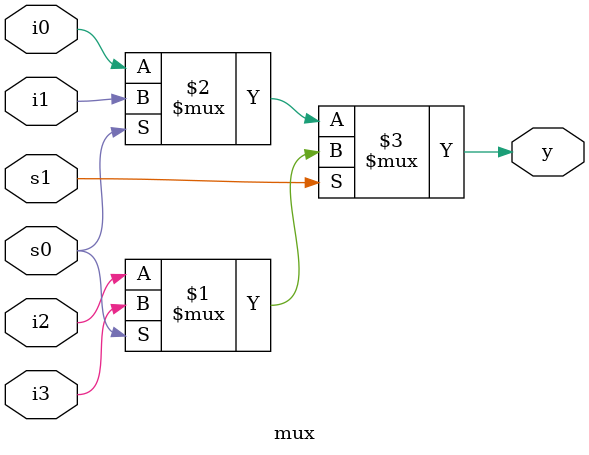
<source format=v>
`timescale 1ns / 1ps


module mux(y, i0, i1, i2, i3, s0, s1 );
input i0, i1, i2, i3, s0, s1;
output y;
assign y= s1?(s0?i3:i2):(s0?i1:i0);
endmodule

</source>
